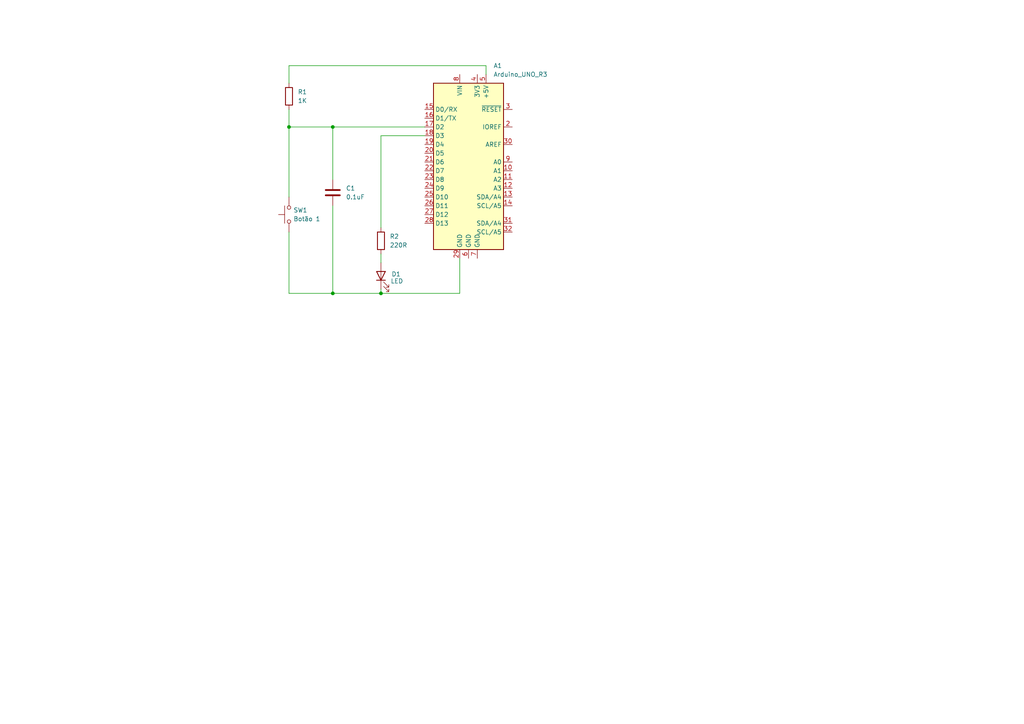
<source format=kicad_sch>
(kicad_sch (version 20250114) (generator "eeschema") (generator_version "9.0")
  (paper "A4")
  (lib_symbols
    (symbol "Device:C" (pin_numbers (hide yes)) (pin_names (offset 0.254))
      (property "Reference" "C" (at 0.635 2.54 0))
      (property "Value" "C" (at 0.635 -2.54 0))
      (symbol "C_0_1"
        (polyline (pts (xy -2.032 0.762) (xy 2.032 0.762)) (stroke (width 0.508)))
        (polyline (pts (xy -2.032 -0.762) (xy 2.032 -0.762)) (stroke (width 0.508)))
      )
      (symbol "C_1_1"
        (pin passive line (at 0 3.81 270) (length 2.794) (name "~") (number "1"))
        (pin passive line (at 0 -3.81 90) (length 2.794) (name "~") (number "2"))
      )
    )
    (symbol "Device:LED" (pin_numbers (hide yes)) (pin_names (offset 1.016) (hide yes))
      (property "Reference" "D" (at 0 2.54 0))
      (property "Value" "LED" (at 0 -2.54 0))
      (symbol "LED_0_1"
        (polyline (pts (xy -3.048 -0.762) (xy -4.572 -2.286) (xy -3.81 -2.286) (xy -4.572 -2.286) (xy -4.572 -1.524)))
        (polyline (pts (xy -1.778 -0.762) (xy -3.302 -2.286) (xy -2.54 -2.286) (xy -3.302 -2.286) (xy -3.302 -1.524)))
        (polyline (pts (xy -1.27 0) (xy 1.27 0)))
        (polyline (pts (xy -1.27 -1.27) (xy -1.27 1.27)) (stroke (width 0.254)))
        (polyline (pts (xy 1.27 -1.27) (xy 1.27 1.27) (xy -1.27 0) (xy 1.27 -1.27)) (stroke (width 0.254)))
      )
      (symbol "LED_1_1"
        (pin passive line (at -3.81 0 0) (length 2.54) (name "K") (number "1"))
        (pin passive line (at 3.81 0 180) (length 2.54) (name "A") (number "2"))
      )
    )
    (symbol "Device:R" (pin_numbers (hide yes)) (pin_names (offset 0))
      (property "Reference" "R" (at 2.032 0 90))
      (property "Value" "R" (at 0 0 90))
      (symbol "R_0_1"
        (rectangle (start -1.016 -2.54) (end 1.016 2.54) (stroke (width 0.254)))
      )
      (symbol "R_1_1"
        (pin passive line (at 0 3.81 270) (length 1.27) (name "~") (number "1"))
        (pin passive line (at 0 -3.81 90) (length 1.27) (name "~") (number "2"))
      )
    )
    (symbol "MCU_Module:Arduino_UNO_R3"
      (property "Reference" "A" (at -10.16 23.495 0))
      (property "Value" "Arduino_UNO_R3" (at 5.08 -26.67 0))
      (symbol "Arduino_UNO_R3_0_1"
        (rectangle (start -10.16 22.86) (end 10.16 -25.4) (stroke (width 0.254)) (fill (type background)))
      )
      (symbol "Arduino_UNO_R3_1_1"
        (pin bidirectional line (at -12.7 15.24 0) (length 2.54) (name "D0/RX") (number "15"))
        (pin bidirectional line (at -12.7 12.7 0) (length 2.54) (name "D1/TX") (number "16"))
        (pin bidirectional line (at -12.7 10.16 0) (length 2.54) (name "D2") (number "17"))
        (pin bidirectional line (at -12.7 7.62 0) (length 2.54) (name "D3") (number "18"))
        (pin bidirectional line (at -12.7 5.08 0) (length 2.54) (name "D4") (number "19"))
        (pin bidirectional line (at -12.7 2.54 0) (length 2.54) (name "D5") (number "20"))
        (pin bidirectional line (at -12.7 0 0) (length 2.54) (name "D6") (number "21"))
        (pin bidirectional line (at -12.7 -2.54 0) (length 2.54) (name "D7") (number "22"))
        (pin bidirectional line (at -12.7 -5.08 0) (length 2.54) (name "D8") (number "23"))
        (pin bidirectional line (at -12.7 -7.62 0) (length 2.54) (name "D9") (number "24"))
        (pin bidirectional line (at -12.7 -10.16 0) (length 2.54) (name "D10") (number "25"))
        (pin bidirectional line (at -12.7 -12.7 0) (length 2.54) (name "D11") (number "26"))
        (pin bidirectional line (at -12.7 -15.24 0) (length 2.54) (name "D12") (number "27"))
        (pin bidirectional line (at -12.7 -17.78 0) (length 2.54) (name "D13") (number "28"))
        (pin no_connect line (at -10.16 -20.32 0) (length 2.54) (hide yes) (name "NC") (number "1"))
        (pin power_in line (at -2.54 25.4 270) (length 2.54) (name "VIN") (number "8"))
        (pin power_in line (at -2.54 -27.94 90) (length 2.54) (name "GND") (number "29"))
        (pin power_in line (at 0 -27.94 90) (length 2.54) (name "GND") (number "6"))
        (pin power_out line (at 2.54 25.4 270) (length 2.54) (name "3V3") (number "4"))
        (pin power_in line (at 2.54 -27.94 90) (length 2.54) (name "GND") (number "7"))
        (pin power_out line (at 5.08 25.4 270) (length 2.54) (name "+5V") (number "5"))
        (pin input line (at 12.7 15.24 180) (length 2.54) (name "~{RESET}") (number "3"))
        (pin output line (at 12.7 10.16 180) (length 2.54) (name "IOREF") (number "2"))
        (pin input line (at 12.7 5.08 180) (length 2.54) (name "AREF") (number "30"))
        (pin bidirectional line (at 12.7 0 180) (length 2.54) (name "A0") (number "9"))
        (pin bidirectional line (at 12.7 -2.54 180) (length 2.54) (name "A1") (number "10"))
        (pin bidirectional line (at 12.7 -5.08 180) (length 2.54) (name "A2") (number "11"))
        (pin bidirectional line (at 12.7 -7.62 180) (length 2.54) (name "A3") (number "12"))
        (pin bidirectional line (at 12.7 -10.16 180) (length 2.54) (name "SDA/A4") (number "13"))
        (pin bidirectional line (at 12.7 -12.7 180) (length 2.54) (name "SCL/A5") (number "14"))
        (pin bidirectional line (at 12.7 -17.78 180) (length 2.54) (name "SDA/A4") (number "31"))
        (pin bidirectional line (at 12.7 -20.32 180) (length 2.54) (name "SCL/A5") (number "32"))
      )
    )
    (symbol "Switch:SW_Push" (pin_numbers (hide yes)) (pin_names (offset 1.016) (hide yes))
      (property "Reference" "SW" (at 1.27 2.54 0))
      (property "Value" "SW_Push" (at 0 -1.524 0))
      (symbol "SW_Push_0_1"
        (circle (center -2.032 0) (radius 0.508))
        (polyline (pts (xy 0 1.27) (xy 0 3.048)))
        (circle (center 2.032 0) (radius 0.508))
        (polyline (pts (xy 2.54 1.27) (xy -2.54 1.27)))
        (pin passive line (at -5.08 0 0) (length 2.54) (name "1") (number "1"))
        (pin passive line (at 5.08 0 180) (length 2.54) (name "2") (number "2"))
      )
    )
  )
  (junction (at 83.82 36.83))
  (junction (at 96.52 85.09))
  (junction (at 110.49 85.09))
  (junction (at 96.52 36.83))
  (wire (pts (xy 83.82 67.31) (xy 83.82 85.09)))
  (wire (pts (xy 83.82 19.05) (xy 140.97 19.05)))
  (wire (pts (xy 96.52 85.09) (xy 110.49 85.09)))
  (wire (pts (xy 96.52 52.07) (xy 96.52 36.83)))
  (wire (pts (xy 96.52 59.69) (xy 96.52 85.09)))
  (wire (pts (xy 96.52 36.83) (xy 123.19 36.83)))
  (wire (pts (xy 133.35 74.93) (xy 133.35 85.09)))
  (wire (pts (xy 83.82 36.83) (xy 96.52 36.83)))
  (wire (pts (xy 83.82 19.05) (xy 83.82 24.13)))
  (wire (pts (xy 140.97 19.05) (xy 140.97 21.59)))
  (wire (pts (xy 83.82 36.83) (xy 83.82 57.15)))
  (wire (pts (xy 83.82 31.75) (xy 83.82 36.83)))
  (wire (pts (xy 110.49 73.66) (xy 110.49 76.2)))
  (wire (pts (xy 83.82 85.09) (xy 96.52 85.09)))
  (wire (pts (xy 110.49 66.04) (xy 110.49 39.37)))
  (wire (pts (xy 110.49 39.37) (xy 123.19 39.37)))
  (wire (pts (xy 110.49 83.82) (xy 110.49 85.09)))
  (wire (pts (xy 110.49 85.09) (xy 133.35 85.09)))
  (symbol (lib_id "Switch:SW_Push") (at 83.82 62.23 90) (unit 1)
    (property "Reference" "SW1" (at 85.09 60.9599 90) (effects (justify right)))
    (property "Value" "Botão 1" (at 85.09 63.5 90) (effects (justify right)))
    (property "Description" "Push button switch, generic, two pins" (effects (hide yes)))
  )
  (symbol (lib_id "Device:C") (at 96.52 55.88 0) (unit 1)
    (property "Reference" "C1" (at 100.33 54.6099 0) (effects (justify left)))
    (property "Value" "0.1uF" (at 100.33 57.1499 0) (effects (justify left)))
    (property "Description" "Unpolarized capacitor" (effects (hide yes)))
  )
  (symbol (lib_id "Device:LED") (at 110.49 80.01 90) (unit 1)
    (property "Reference" "D1" (at 113.538 79.502 90) (effects (justify right)))
    (property "Value" "LED" (at 113.284 81.534 90) (effects (justify right)))
    (property "Description" "Light emitting diode" (effects (hide yes)))
    (property "Sim.Pins" "1=K 2=A" (effects (hide yes)))
  )
  (symbol (lib_id "Device:R") (at 83.82 27.94 0) (unit 1)
    (property "Reference" "R1" (at 86.36 26.6699 0) (effects (justify left)))
    (property "Value" "1K" (at 86.36 29.2099 0) (effects (justify left)))
    (property "Description" "Resistor" (effects (hide yes)))
  )
  (symbol (lib_id "MCU_Module:Arduino_UNO_R3") (at 135.89 46.99 0) (unit 1)
    (property "Reference" "A1" (at 143.1133 19.05 0) (effects (justify left)))
    (property "Value" "Arduino_UNO_R3" (at 143.1133 21.59 0) (effects (justify left)))
    (property "Footprint" "Module:Arduino_UNO_R3" (effects (hide yes)))
    (property "Datasheet" "https://www.arduino.cc/en/Main/arduinoBoardUno" (effects (hide yes)))
    (property "Description" "Arduino UNO Microcontroller Module, release 3" (effects (hide yes)))
  )
  (symbol (lib_id "Device:R") (at 110.49 69.85 0) (unit 1)
    (property "Reference" "R2" (at 113.03 68.5799 0) (effects (justify left)))
    (property "Value" "220R" (at 113.03 71.1199 0) (effects (justify left)))
    (property "Description" "Resistor" (effects (hide yes)))
  )
)
</source>
